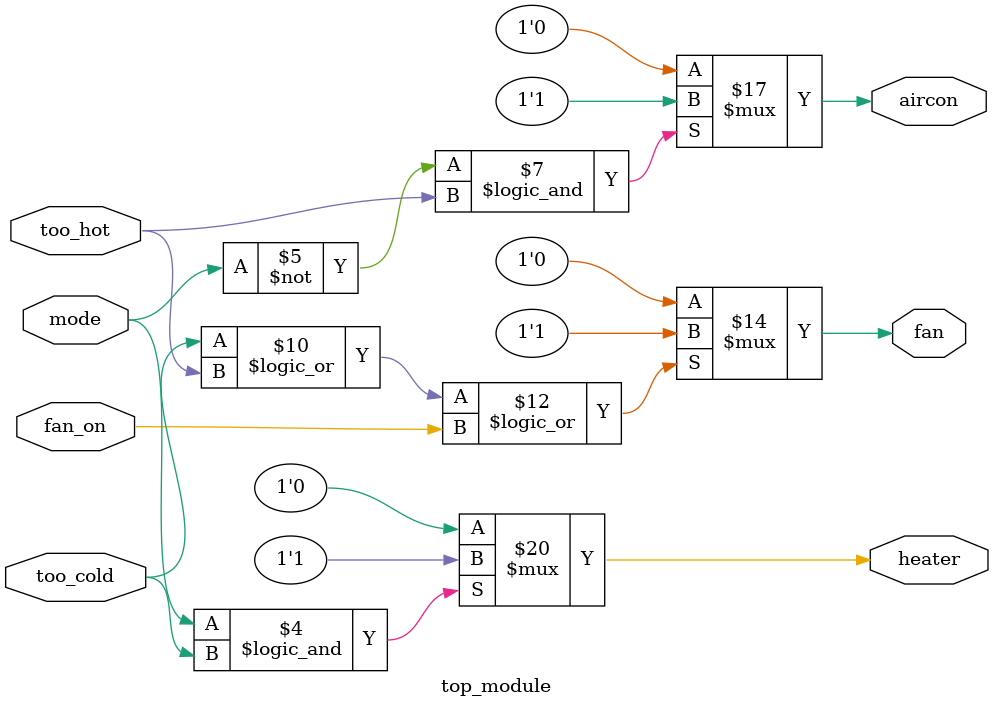
<source format=sv>
module top_module(
    input mode,
    input too_cold,
    input too_hot,
    input fan_on,
    output reg heater,
    output reg aircon,
    output reg fan
);

always @(*) begin
    if (mode == 1'b1 && too_cold == 1'b1) begin
        heater = 1'b1;
    end else begin
        heater = 1'b0;
    end

    if (mode == 1'b0 && too_hot == 1'b1) begin
        aircon = 1'b1;
    end else begin
        aircon = 1'b0;
    end

    if (too_cold == 1'b1 || too_hot == 1'b1 || fan_on == 1'b1) begin
        fan = 1'b1;
    end else begin
        fan = 1'b0;
    end
end

endmodule

</source>
